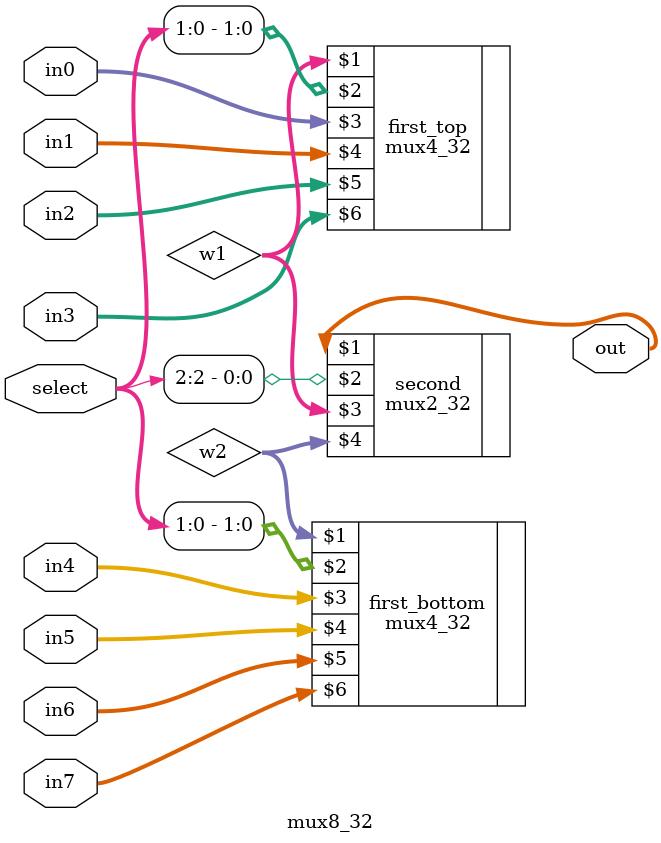
<source format=v>
module mux8_32(out, select, in0, in1, in2, in3, in4, in5, in6, in7);
    input [2:0] select;
    input [31:0] in0, in1, in2, in3, in4, in5, in6, in7;
    output [31:0] out;
    wire [31:0] w1, w2;
    mux4_32 first_top(w1, select[1:0], in0, in1, in2, in3);
    mux4_32 first_bottom(w2, select[1:0], in4, in5, in6, in7);
    mux2_32 second(out, select[2], w1, w2);
endmodule
</source>
